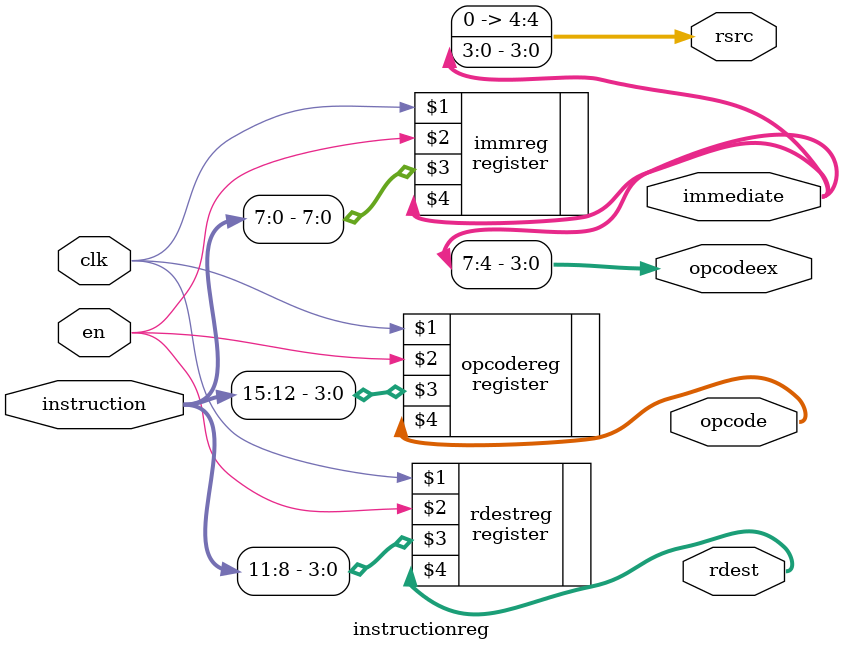
<source format=v>

module instructionreg #(parameter WIDTH = 16)(clk, en, instruction, opcode,rdest, immediate, opcodeex,rsrc);
input clk, en;
input [WIDTH-1:0] instruction;

output [3:0] opcode;
output [3:0] rdest;
output [7:0] immediate;

output reg[3:0] opcodeex;
output reg[4:0] rsrc;

//takes in instruction split up to each section					 				 
register  #(4) opcodereg(clk,en, instruction[15:12], opcode); //opcode reg

register  #(4) rdestreg(clk,en,instruction[11:8],rdest); // destination reg

register  #(8) immreg(clk,en,instruction[7:0],immediate); // immediet reg

always@(immediate)begin
opcodeex = immediate[7:4];
rsrc =immediate[3:0];
end

endmodule


</source>
